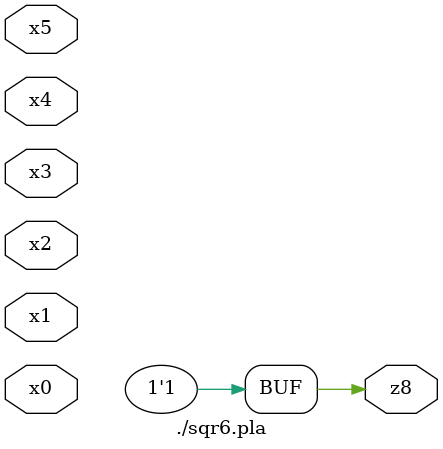
<source format=v>

module \./sqr6.pla  ( 
    x0, x1, x2, x3, x4, x5,
    z8  );
  input  x0, x1, x2, x3, x4, x5;
  output z8;
  assign z8 = 1'b1;
endmodule



</source>
